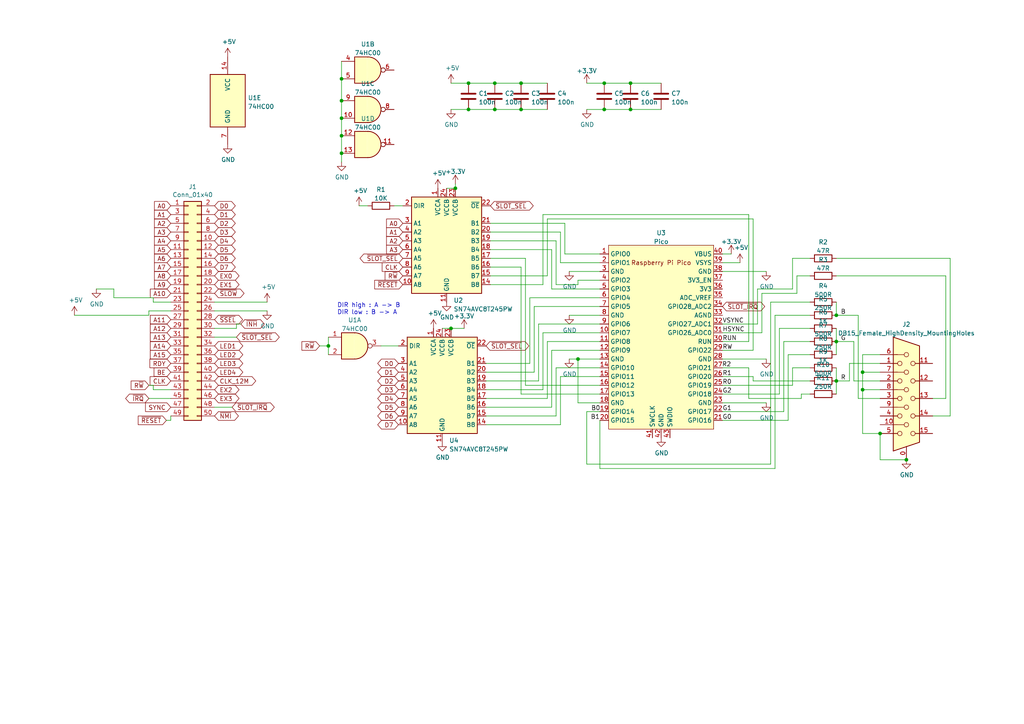
<source format=kicad_sch>
(kicad_sch (version 20230121) (generator eeschema)
  (paper "A4")
  (title_block (title "Pico VGA board") (date "2023-07-30") (rev "1.0") (company "Six Pixels"))
  (lib_symbols
    (symbol "74xx:74HC00" (pin_names (offset 1.016))
      (property "Reference" "U" (at 0 1.27 0))
      (property "Value" "74HC00" (at 0 -1.27 0))
      (symbol "74HC00_1_1"
        (pin input line (at -7.62 2.54 0) (length 3.81) (name "~") (number "1"))
        (pin input line (at -7.62 -2.54 0) (length 3.81) (name "~") (number "2"))
        (pin output inverted (at 7.62 0 180) (length 3.81) (name "~") (number "3"))
      )
      (symbol "74HC00_1_2"
        (pin input inverted (at -7.62 2.54 0) (length 4.318) (name "~") (number "1"))
        (pin input inverted (at -7.62 -2.54 0) (length 4.318) (name "~") (number "2"))
        (pin output line (at 7.62 0 180) (length 3.81) (name "~") (number "3"))
      )
      (symbol "74HC00_2_1"
        (pin input line (at -7.62 2.54 0) (length 3.81) (name "~") (number "4"))
        (pin input line (at -7.62 -2.54 0) (length 3.81) (name "~") (number "5"))
        (pin output inverted (at 7.62 0 180) (length 3.81) (name "~") (number "6"))
      )
      (symbol "74HC00_2_2"
        (pin input inverted (at -7.62 2.54 0) (length 4.318) (name "~") (number "4"))
        (pin input inverted (at -7.62 -2.54 0) (length 4.318) (name "~") (number "5"))
        (pin output line (at 7.62 0 180) (length 3.81) (name "~") (number "6"))
      )
      (symbol "74HC00_3_1"
        (pin input line (at -7.62 -2.54 0) (length 3.81) (name "~") (number "10"))
        (pin output inverted (at 7.62 0 180) (length 3.81) (name "~") (number "8"))
        (pin input line (at -7.62 2.54 0) (length 3.81) (name "~") (number "9"))
      )
      (symbol "74HC00_3_2"
        (pin input inverted (at -7.62 -2.54 0) (length 4.318) (name "~") (number "10"))
        (pin output line (at 7.62 0 180) (length 3.81) (name "~") (number "8"))
        (pin input inverted (at -7.62 2.54 0) (length 4.318) (name "~") (number "9"))
      )
      (symbol "74HC00_4_1"
        (pin output inverted (at 7.62 0 180) (length 3.81) (name "~") (number "11"))
        (pin input line (at -7.62 2.54 0) (length 3.81) (name "~") (number "12"))
        (pin input line (at -7.62 -2.54 0) (length 3.81) (name "~") (number "13"))
      )
      (symbol "74HC00_4_2"
        (pin output line (at 7.62 0 180) (length 3.81) (name "~") (number "11"))
        (pin input inverted (at -7.62 2.54 0) (length 4.318) (name "~") (number "12"))
        (pin input inverted (at -7.62 -2.54 0) (length 4.318) (name "~") (number "13"))
      )
      (symbol "74HC00_5_0"
        (pin power_in line (at 0 12.7 270) (length 5.08) (name "VCC") (number "14"))
        (pin power_in line (at 0 -12.7 90) (length 5.08) (name "GND") (number "7"))
      )
    )
    (symbol "Connector:DB15_Female_HighDensity_MountingHoles" (pin_names (offset 1.016) hide)
      (property "Reference" "J" (at 0 21.59 0))
      (property "Value" "DB15_Female_HighDensity_MountingHoles" (at 0 19.05 0))
      (symbol "DB15_Female_HighDensity_MountingHoles_1_1"
        (pin passive line (at 0 -17.78 90) (length 3.81) (name "~") (number "0"))
        (pin passive line (at -7.62 10.16 0) (length 5.08) (name "~") (number "1"))
        (pin passive line (at -7.62 -7.62 0) (length 5.08) (name "~") (number "10"))
        (pin passive line (at 7.62 10.16 180) (length 5.08) (name "~") (number "11"))
        (pin passive line (at 7.62 5.08 180) (length 5.08) (name "~") (number "12"))
        (pin passive line (at 7.62 0 180) (length 5.08) (name "~") (number "13"))
        (pin passive line (at 7.62 -5.08 180) (length 5.08) (name "~") (number "14"))
        (pin passive line (at 7.62 -10.16 180) (length 5.08) (name "~") (number "15"))
        (pin passive line (at -7.62 5.08 0) (length 5.08) (name "~") (number "2"))
        (pin passive line (at -7.62 0 0) (length 5.08) (name "~") (number "3"))
        (pin passive line (at -7.62 -5.08 0) (length 5.08) (name "~") (number "4"))
        (pin passive line (at -7.62 -10.16 0) (length 5.08) (name "~") (number "5"))
        (pin passive line (at -7.62 12.7 0) (length 5.08) (name "~") (number "6"))
        (pin passive line (at -7.62 7.62 0) (length 5.08) (name "~") (number "7"))
        (pin passive line (at -7.62 2.54 0) (length 5.08) (name "~") (number "8"))
        (pin passive line (at -7.62 -2.54 0) (length 5.08) (name "~") (number "9"))
      )
    )
    (symbol "Connector_Generic:Conn_02x25_Odd_Even" (pin_names (offset 1.016) hide)
      (property "Reference" "J" (at 1.27 33.02 0))
      (property "Value" "Conn_02x25_Odd_Even" (at 1.27 -33.02 0))
      (symbol "Conn_02x25_Odd_Even_1_1"
        (pin passive line (at -5.08 30.48 0) (length 3.81) (name "Pin_1") (number "1"))
        (pin passive line (at 7.62 20.32 180) (length 3.81) (name "Pin_10") (number "10"))
        (pin passive line (at -5.08 17.78 0) (length 3.81) (name "Pin_11") (number "11"))
        (pin passive line (at 7.62 17.78 180) (length 3.81) (name "Pin_12") (number "12"))
        (pin passive line (at -5.08 15.24 0) (length 3.81) (name "Pin_13") (number "13"))
        (pin passive line (at 7.62 15.24 180) (length 3.81) (name "Pin_14") (number "14"))
        (pin passive line (at -5.08 12.7 0) (length 3.81) (name "Pin_15") (number "15"))
        (pin passive line (at 7.62 12.7 180) (length 3.81) (name "Pin_16") (number "16"))
        (pin passive line (at -5.08 10.16 0) (length 3.81) (name "Pin_17") (number "17"))
        (pin passive line (at 7.62 10.16 180) (length 3.81) (name "Pin_18") (number "18"))
        (pin passive line (at -5.08 7.62 0) (length 3.81) (name "Pin_19") (number "19"))
        (pin passive line (at 7.62 30.48 180) (length 3.81) (name "Pin_2") (number "2"))
        (pin passive line (at 7.62 7.62 180) (length 3.81) (name "Pin_20") (number "20"))
        (pin passive line (at -5.08 5.08 0) (length 3.81) (name "Pin_21") (number "21"))
        (pin passive line (at 7.62 5.08 180) (length 3.81) (name "Pin_22") (number "22"))
        (pin passive line (at -5.08 2.54 0) (length 3.81) (name "Pin_23") (number "23"))
        (pin passive line (at 7.62 2.54 180) (length 3.81) (name "Pin_24") (number "24"))
        (pin passive line (at -5.08 0 0) (length 3.81) (name "Pin_25") (number "25"))
        (pin passive line (at 7.62 0 180) (length 3.81) (name "Pin_26") (number "26"))
        (pin passive line (at -5.08 -2.54 0) (length 3.81) (name "Pin_27") (number "27"))
        (pin passive line (at 7.62 -2.54 180) (length 3.81) (name "Pin_28") (number "28"))
        (pin passive line (at -5.08 -5.08 0) (length 3.81) (name "Pin_29") (number "29"))
        (pin passive line (at -5.08 27.94 0) (length 3.81) (name "Pin_3") (number "3"))
        (pin passive line (at 7.62 -5.08 180) (length 3.81) (name "Pin_30") (number "30"))
        (pin passive line (at -5.08 -7.62 0) (length 3.81) (name "Pin_31") (number "31"))
        (pin passive line (at 7.62 -7.62 180) (length 3.81) (name "Pin_32") (number "32"))
        (pin passive line (at -5.08 -10.16 0) (length 3.81) (name "Pin_33") (number "33"))
        (pin passive line (at 7.62 -10.16 180) (length 3.81) (name "Pin_34") (number "34"))
        (pin passive line (at -5.08 -12.7 0) (length 3.81) (name "Pin_35") (number "35"))
        (pin passive line (at 7.62 -12.7 180) (length 3.81) (name "Pin_36") (number "36"))
        (pin passive line (at -5.08 -15.24 0) (length 3.81) (name "Pin_37") (number "37"))
        (pin passive line (at 7.62 -15.24 180) (length 3.81) (name "Pin_38") (number "38"))
        (pin passive line (at -5.08 -17.78 0) (length 3.81) (name "Pin_39") (number "39"))
        (pin passive line (at 7.62 27.94 180) (length 3.81) (name "Pin_4") (number "4"))
        (pin passive line (at 7.62 -17.78 180) (length 3.81) (name "Pin_40") (number "40"))
        (pin passive line (at -5.08 -20.32 0) (length 3.81) (name "Pin_41") (number "41"))
        (pin passive line (at 7.62 -20.32 180) (length 3.81) (name "Pin_42") (number "42"))
        (pin passive line (at -5.08 -22.86 0) (length 3.81) (name "Pin_43") (number "43"))
        (pin passive line (at 7.62 -22.86 180) (length 3.81) (name "Pin_44") (number "44"))
        (pin passive line (at -5.08 -25.4 0) (length 3.81) (name "Pin_45") (number "45"))
        (pin passive line (at 7.62 -25.4 180) (length 3.81) (name "Pin_46") (number "46"))
        (pin passive line (at -5.08 -27.94 0) (length 3.81) (name "Pin_47") (number "47"))
        (pin passive line (at 7.62 -27.94 180) (length 3.81) (name "Pin_48") (number "48"))
        (pin passive line (at -5.08 -30.48 0) (length 3.81) (name "Pin_49") (number "49"))
        (pin passive line (at -5.08 25.4 0) (length 3.81) (name "Pin_5") (number "5"))
        (pin passive line (at 7.62 -30.48 180) (length 3.81) (name "Pin_50") (number "50"))
        (pin passive line (at 7.62 25.4 180) (length 3.81) (name "Pin_6") (number "6"))
        (pin passive line (at -5.08 22.86 0) (length 3.81) (name "Pin_7") (number "7"))
        (pin passive line (at 7.62 22.86 180) (length 3.81) (name "Pin_8") (number "8"))
        (pin passive line (at -5.08 20.32 0) (length 3.81) (name "Pin_9") (number "9"))
      )
    )
    (symbol "Device:C" (pin_numbers hide) (pin_names (offset 0.254))
      (property "Reference" "C" (at 0.635 2.54 0))
      (property "Value" "C" (at 0.635 -2.54 0))
      (symbol "C_1_1"
        (pin passive line (at 0 3.81 270) (length 2.794) (name "~") (number "1"))
        (pin passive line (at 0 -3.81 90) (length 2.794) (name "~") (number "2"))
      )
    )
    (symbol "Device:R" (pin_numbers hide) (pin_names (offset 0))
      (property "Reference" "R" (at 2.032 0 90))
      (property "Value" "R" (at 0 0 90))
      (symbol "R_1_1"
        (pin passive line (at 0 3.81 270) (length 1.27) (name "~") (number "1"))
        (pin passive line (at 0 -3.81 90) (length 1.27) (name "~") (number "2"))
      )
    )
    (symbol "Logic_LevelTranslator:SN74AVC8T245PW"
      (property "Reference" "U" (at -8.89 13.97 0))
      (property "Value" "SN74AVC8T245PW" (at 12.7 13.97 0))
      (symbol "SN74AVC8T245PW_1_1"
        (pin power_in line (at -2.54 15.24 270) (length 2.54) (name "VCCA") (number "1"))
        (pin bidirectional line (at -12.7 -12.7 0) (length 2.54) (name "A8") (number "10"))
        (pin power_in line (at 0 -17.78 90) (length 2.54) (name "GND") (number "11"))
        (pin passive line (at 0 -17.78 90) (length 2.54) hide (name "GND") (number "12"))
        (pin passive line (at 0 -17.78 90) (length 2.54) hide (name "GND") (number "13"))
        (pin bidirectional line (at 12.7 -12.7 180) (length 2.54) (name "B8") (number "14"))
        (pin bidirectional line (at 12.7 -10.16 180) (length 2.54) (name "B7") (number "15"))
        (pin bidirectional line (at 12.7 -7.62 180) (length 2.54) (name "B6") (number "16"))
        (pin bidirectional line (at 12.7 -5.08 180) (length 2.54) (name "B5") (number "17"))
        (pin bidirectional line (at 12.7 -2.54 180) (length 2.54) (name "B4") (number "18"))
        (pin bidirectional line (at 12.7 0 180) (length 2.54) (name "B3") (number "19"))
        (pin input line (at -12.7 10.16 0) (length 2.54) (name "DIR") (number "2"))
        (pin bidirectional line (at 12.7 2.54 180) (length 2.54) (name "B2") (number "20"))
        (pin bidirectional line (at 12.7 5.08 180) (length 2.54) (name "B1") (number "21"))
        (pin input line (at 12.7 10.16 180) (length 2.54) (name "~{OE}") (number "22"))
        (pin power_in line (at 2.54 15.24 270) (length 2.54) (name "VCCB") (number "23"))
        (pin power_in line (at 0 15.24 270) (length 2.54) (name "VCCB") (number "24"))
        (pin bidirectional line (at -12.7 5.08 0) (length 2.54) (name "A1") (number "3"))
        (pin bidirectional line (at -12.7 2.54 0) (length 2.54) (name "A2") (number "4"))
        (pin bidirectional line (at -12.7 0 0) (length 2.54) (name "A3") (number "5"))
        (pin bidirectional line (at -12.7 -2.54 0) (length 2.54) (name "A4") (number "6"))
        (pin bidirectional line (at -12.7 -5.08 0) (length 2.54) (name "A5") (number "7"))
        (pin bidirectional line (at -12.7 -7.62 0) (length 2.54) (name "A6") (number "8"))
        (pin bidirectional line (at -12.7 -10.16 0) (length 2.54) (name "A7") (number "9"))
      )
    )
    (symbol "MCU_RaspberryPi_and_Boards:Pico"
      (property "Reference" "U" (at -13.97 27.94 0))
      (property "Value" "Pico" (at 0 19.05 0))
      (symbol "Pico_0_0"
        (text "Raspberry Pi Pico" (at 0 21.59 0) (effects (font (size 1.27 1.27))))
      )
      (symbol "Pico_1_1"
        (pin bidirectional line (at -17.78 24.13 0) (length 2.54) (name "GPIO0") (number "1"))
        (pin bidirectional line (at -17.78 1.27 0) (length 2.54) (name "GPIO7") (number "10"))
        (pin bidirectional line (at -17.78 -1.27 0) (length 2.54) (name "GPIO8") (number "11"))
        (pin bidirectional line (at -17.78 -3.81 0) (length 2.54) (name "GPIO9") (number "12"))
        (pin power_in line (at -17.78 -6.35 0) (length 2.54) (name "GND") (number "13"))
        (pin bidirectional line (at -17.78 -8.89 0) (length 2.54) (name "GPIO10") (number "14"))
        (pin bidirectional line (at -17.78 -11.43 0) (length 2.54) (name "GPIO11") (number "15"))
        (pin bidirectional line (at -17.78 -13.97 0) (length 2.54) (name "GPIO12") (number "16"))
        (pin bidirectional line (at -17.78 -16.51 0) (length 2.54) (name "GPIO13") (number "17"))
        (pin power_in line (at -17.78 -19.05 0) (length 2.54) (name "GND") (number "18"))
        (pin bidirectional line (at -17.78 -21.59 0) (length 2.54) (name "GPIO14") (number "19"))
        (pin bidirectional line (at -17.78 21.59 0) (length 2.54) (name "GPIO1") (number "2"))
        (pin bidirectional line (at -17.78 -24.13 0) (length 2.54) (name "GPIO15") (number "20"))
        (pin bidirectional line (at 17.78 -24.13 180) (length 2.54) (name "GPIO16") (number "21"))
        (pin bidirectional line (at 17.78 -21.59 180) (length 2.54) (name "GPIO17") (number "22"))
        (pin power_in line (at 17.78 -19.05 180) (length 2.54) (name "GND") (number "23"))
        (pin bidirectional line (at 17.78 -16.51 180) (length 2.54) (name "GPIO18") (number "24"))
        (pin bidirectional line (at 17.78 -13.97 180) (length 2.54) (name "GPIO19") (number "25"))
        (pin bidirectional line (at 17.78 -11.43 180) (length 2.54) (name "GPIO20") (number "26"))
        (pin bidirectional line (at 17.78 -8.89 180) (length 2.54) (name "GPIO21") (number "27"))
        (pin power_in line (at 17.78 -6.35 180) (length 2.54) (name "GND") (number "28"))
        (pin bidirectional line (at 17.78 -3.81 180) (length 2.54) (name "GPIO22") (number "29"))
        (pin power_in line (at -17.78 19.05 0) (length 2.54) (name "GND") (number "3"))
        (pin input line (at 17.78 -1.27 180) (length 2.54) (name "RUN") (number "30"))
        (pin bidirectional line (at 17.78 1.27 180) (length 2.54) (name "GPIO26_ADC0") (number "31"))
        (pin bidirectional line (at 17.78 3.81 180) (length 2.54) (name "GPIO27_ADC1") (number "32"))
        (pin power_in line (at 17.78 6.35 180) (length 2.54) (name "AGND") (number "33"))
        (pin bidirectional line (at 17.78 8.89 180) (length 2.54) (name "GPIO28_ADC2") (number "34"))
        (pin power_in line (at 17.78 11.43 180) (length 2.54) (name "ADC_VREF") (number "35"))
        (pin power_in line (at 17.78 13.97 180) (length 2.54) (name "3V3") (number "36"))
        (pin input line (at 17.78 16.51 180) (length 2.54) (name "3V3_EN") (number "37"))
        (pin bidirectional line (at 17.78 19.05 180) (length 2.54) (name "GND") (number "38"))
        (pin power_in line (at 17.78 21.59 180) (length 2.54) (name "VSYS") (number "39"))
        (pin bidirectional line (at -17.78 16.51 0) (length 2.54) (name "GPIO2") (number "4"))
        (pin power_in line (at 17.78 24.13 180) (length 2.54) (name "VBUS") (number "40"))
        (pin input line (at -2.54 -29.21 90) (length 2.54) (name "SWCLK") (number "41"))
        (pin power_in line (at 0 -29.21 90) (length 2.54) (name "GND") (number "42"))
        (pin bidirectional line (at 2.54 -29.21 90) (length 2.54) (name "SWDIO") (number "43"))
        (pin bidirectional line (at -17.78 13.97 0) (length 2.54) (name "GPIO3") (number "5"))
        (pin bidirectional line (at -17.78 11.43 0) (length 2.54) (name "GPIO4") (number "6"))
        (pin bidirectional line (at -17.78 8.89 0) (length 2.54) (name "GPIO5") (number "7"))
        (pin power_in line (at -17.78 6.35 0) (length 2.54) (name "GND") (number "8"))
        (pin bidirectional line (at -17.78 3.81 0) (length 2.54) (name "GPIO6") (number "9"))
      )
    )
    (symbol "power:+3.3V" (power) (pin_names (offset 0))
      (property "Value" "+3.3V" (at 0 3.556 0))
      (symbol "+3.3V_1_1"
        (pin power_in line (at 0 0 90) (length 0) hide (name "+3.3V") (number "1"))
      )
    )
    (symbol "power:+5V" (power) (pin_names (offset 0))
      (property "Value" "+5V" (at 0 3.556 0))
      (symbol "+5V_1_1"
        (pin power_in line (at 0 0 90) (length 0) hide (name "+5V") (number "1"))
      )
    )
    (symbol "power:GND" (power) (pin_names (offset 0))
      (property "Value" "GND" (at 0 -3.81 0))
      (symbol "GND_1_1"
        (pin power_in line (at 0 0 270) (length 0) hide (name "GND") (number "1"))
      )
    )
  )
  (junction (at 143.51 31.75))
  (junction (at 99.06 34.29))
  (junction (at 182.88 31.75))
  (junction (at 99.06 39.37))
  (junction (at 250.19 113.03))
  (junction (at 151.13 31.75))
  (junction (at 135.89 24.13))
  (junction (at 182.88 24.13))
  (junction (at 175.26 31.75))
  (junction (at 99.06 44.45))
  (junction (at 242.57 91.44))
  (junction (at 99.06 29.21))
  (junction (at 262.89 133.35))
  (junction (at 151.13 24.13))
  (junction (at 135.89 31.75))
  (junction (at 167.64 104.14))
  (junction (at 99.06 22.86))
  (junction (at 242.57 110.49))
  (junction (at 242.57 99.06))
  (junction (at 130.81 95.25))
  (junction (at 132.08 54.61))
  (junction (at 175.26 24.13))
  (junction (at 143.51 24.13))
  (junction (at 255.27 125.73))
  (junction (at 250.19 107.95))
  (junction (at 95.25 100.33))
  (wire (pts (xy 165.1 78.74) (xy 173.99 78.74)))
  (wire (pts (xy 209.55 93.98) (xy 219.71 93.98)))
  (wire (pts (xy 250.19 125.73) (xy 255.27 125.73)))
  (wire (pts (xy 227.33 119.38) (xy 209.55 119.38)))
  (wire (pts (xy 223.52 134.62) (xy 170.18 134.62)))
  (wire (pts (xy 209.55 76.2) (xy 214.63 76.2)))
  (wire (pts (xy 229.87 83.82) (xy 229.87 74.93)))
  (wire (pts (xy 255.27 125.73) (xy 255.27 133.35)))
  (wire (pts (xy 140.97 115.57) (xy 158.75 115.57)))
  (wire (pts (xy 68.58 93.98) (xy 68.58 95.25)))
  (wire (pts (xy 128.27 95.25) (xy 130.81 95.25)))
  (wire (pts (xy 163.83 64.77) (xy 163.83 73.66)))
  (wire (pts (xy 99.06 34.29) (xy 99.06 39.37)))
  (wire (pts (xy 142.24 74.93) (xy 152.4 74.93)))
  (wire (pts (xy 143.51 24.13) (xy 151.13 24.13)))
  (wire (pts (xy 95.25 100.33) (xy 95.25 102.87)))
  (wire (pts (xy 142.24 64.77) (xy 163.83 64.77)))
  (wire (pts (xy 62.23 90.17) (xy 77.47 90.17)))
  (wire (pts (xy 223.52 87.63) (xy 234.95 87.63)))
  (wire (pts (xy 242.57 80.01) (xy 274.32 80.01)))
  (wire (pts (xy 217.17 62.23) (xy 217.17 99.06)))
  (wire (pts (xy 48.26 121.92) (xy 49.53 121.92)))
  (wire (pts (xy 49.53 121.92) (xy 49.53 120.65)))
  (wire (pts (xy 234.95 102.87) (xy 228.6 102.87)))
  (wire (pts (xy 110.49 100.33) (xy 115.57 100.33)))
  (wire (pts (xy 162.56 123.19) (xy 162.56 109.22)))
  (wire (pts (xy 165.1 91.44) (xy 173.99 91.44)))
  (wire (pts (xy 220.98 85.09) (xy 220.98 96.52)))
  (wire (pts (xy 270.51 115.57) (xy 274.32 115.57)))
  (wire (pts (xy 209.55 116.84) (xy 222.25 116.84)))
  (wire (pts (xy 229.87 74.93) (xy 234.95 74.93)))
  (wire (pts (xy 173.99 121.92) (xy 173.99 135.89)))
  (wire (pts (xy 231.14 80.01) (xy 234.95 80.01)))
  (wire (pts (xy 154.94 88.9) (xy 173.99 88.9)))
  (wire (pts (xy 248.92 91.44) (xy 242.57 91.44)))
  (wire (pts (xy 232.41 114.3) (xy 234.95 114.3)))
  (wire (pts (xy 158.75 80.01) (xy 158.75 63.5)))
  (wire (pts (xy 114.3 59.69) (xy 116.84 59.69)))
  (wire (pts (xy 160.02 101.6) (xy 173.99 101.6)))
  (wire (pts (xy 140.97 118.11) (xy 160.02 118.11)))
  (wire (pts (xy 170.18 119.38) (xy 173.99 119.38)))
  (wire (pts (xy 170.18 134.62) (xy 170.18 119.38)))
  (wire (pts (xy 173.99 111.76) (xy 152.4 111.76)))
  (wire (pts (xy 165.1 104.14) (xy 167.64 104.14)))
  (wire (pts (xy 151.13 24.13) (xy 158.75 24.13)))
  (wire (pts (xy 163.83 73.66) (xy 173.99 73.66)))
  (wire (pts (xy 217.17 106.68) (xy 217.17 115.57)))
  (wire (pts (xy 62.23 87.63) (xy 77.47 87.63)))
  (wire (pts (xy 142.24 77.47) (xy 151.13 77.47)))
  (wire (pts (xy 182.88 31.75) (xy 191.77 31.75)))
  (wire (pts (xy 67.31 118.11) (xy 62.23 118.11)))
  (wire (pts (xy 68.58 95.25) (xy 62.23 95.25)))
  (wire (pts (xy 157.48 82.55) (xy 157.48 62.23)))
  (wire (pts (xy 218.44 109.22) (xy 209.55 109.22)))
  (wire (pts (xy 158.75 63.5) (xy 218.44 63.5)))
  (wire (pts (xy 217.17 115.57) (xy 232.41 115.57)))
  (wire (pts (xy 231.14 85.09) (xy 231.14 80.01)))
  (wire (pts (xy 21.59 91.44) (xy 43.18 91.44)))
  (wire (pts (xy 234.95 99.06) (xy 227.33 99.06)))
  (wire (pts (xy 224.79 91.44) (xy 234.95 91.44)))
  (wire (pts (xy 250.19 113.03) (xy 255.27 113.03)))
  (wire (pts (xy 275.59 74.93) (xy 275.59 120.65)))
  (wire (pts (xy 228.6 102.87) (xy 228.6 121.92)))
  (wire (pts (xy 227.33 99.06) (xy 227.33 119.38)))
  (wire (pts (xy 246.38 110.49) (xy 242.57 110.49)))
  (wire (pts (xy 209.55 106.68) (xy 217.17 106.68)))
  (wire (pts (xy 154.94 107.95) (xy 154.94 88.9)))
  (wire (pts (xy 218.44 101.6) (xy 209.55 101.6)))
  (wire (pts (xy 156.21 110.49) (xy 156.21 93.98)))
  (wire (pts (xy 135.89 24.13) (xy 143.51 24.13)))
  (wire (pts (xy 157.48 62.23) (xy 217.17 62.23)))
  (wire (pts (xy 44.45 87.63) (xy 49.53 87.63)))
  (wire (pts (xy 170.18 24.13) (xy 175.26 24.13)))
  (wire (pts (xy 44.45 113.03) (xy 49.53 113.03)))
  (wire (pts (xy 157.48 113.03) (xy 157.48 96.52)))
  (wire (pts (xy 255.27 115.57) (xy 248.92 115.57)))
  (wire (pts (xy 209.55 111.76) (xy 229.87 111.76)))
  (wire (pts (xy 224.79 91.44) (xy 224.79 135.89)))
  (wire (pts (xy 247.65 110.49) (xy 247.65 99.06)))
  (wire (pts (xy 132.08 53.34) (xy 132.08 54.61)))
  (wire (pts (xy 209.55 104.14) (xy 222.25 104.14)))
  (wire (pts (xy 242.57 87.63) (xy 242.57 91.44)))
  (wire (pts (xy 167.64 116.84) (xy 173.99 116.84)))
  (wire (pts (xy 250.19 113.03) (xy 250.19 125.73)))
  (wire (pts (xy 142.24 82.55) (xy 157.48 82.55)))
  (wire (pts (xy 217.17 99.06) (xy 209.55 99.06)))
  (wire (pts (xy 99.06 17.78) (xy 99.06 22.86)))
  (wire (pts (xy 68.58 97.79) (xy 62.23 97.79)))
  (wire (pts (xy 33.02 83.82) (xy 27.94 83.82)))
  (wire (pts (xy 99.06 39.37) (xy 99.06 44.45)))
  (wire (pts (xy 234.95 95.25) (xy 226.06 95.25)))
  (wire (pts (xy 130.81 95.25) (xy 134.62 95.25)))
  (wire (pts (xy 229.87 111.76) (xy 229.87 106.68)))
  (wire (pts (xy 92.71 100.33) (xy 95.25 100.33)))
  (wire (pts (xy 228.6 121.92) (xy 209.55 121.92)))
  (wire (pts (xy 143.51 31.75) (xy 151.13 31.75)))
  (wire (pts (xy 255.27 105.41) (xy 246.38 105.41)))
  (wire (pts (xy 158.75 115.57) (xy 158.75 99.06)))
  (wire (pts (xy 242.57 99.06) (xy 242.57 102.87)))
  (wire (pts (xy 140.97 113.03) (xy 157.48 113.03)))
  (wire (pts (xy 220.98 96.52) (xy 209.55 96.52)))
  (wire (pts (xy 175.26 24.13) (xy 182.88 24.13)))
  (wire (pts (xy 255.27 110.49) (xy 247.65 110.49)))
  (wire (pts (xy 173.99 76.2) (xy 162.56 76.2)))
  (wire (pts (xy 132.08 54.61) (xy 129.54 54.61)))
  (wire (pts (xy 140.97 120.65) (xy 161.29 120.65)))
  (wire (pts (xy 33.02 86.36) (xy 44.45 86.36)))
  (wire (pts (xy 247.65 99.06) (xy 242.57 99.06)))
  (wire (pts (xy 135.89 31.75) (xy 143.51 31.75)))
  (wire (pts (xy 43.18 111.76) (xy 44.45 111.76)))
  (wire (pts (xy 242.57 106.68) (xy 242.57 110.49)))
  (wire (pts (xy 255.27 133.35) (xy 262.89 133.35)))
  (wire (pts (xy 43.18 115.57) (xy 49.53 115.57)))
  (wire (pts (xy 99.06 44.45) (xy 99.06 46.99)))
  (wire (pts (xy 167.64 82.55) (xy 161.29 82.55)))
  (wire (pts (xy 140.97 110.49) (xy 156.21 110.49)))
  (wire (pts (xy 160.02 72.39) (xy 142.24 72.39)))
  (wire (pts (xy 275.59 120.65) (xy 270.51 120.65)))
  (wire (pts (xy 223.52 87.63) (xy 223.52 134.62)))
  (wire (pts (xy 142.24 80.01) (xy 158.75 80.01)))
  (wire (pts (xy 255.27 102.87) (xy 250.19 102.87)))
  (wire (pts (xy 229.87 106.68) (xy 234.95 106.68)))
  (wire (pts (xy 104.14 59.69) (xy 106.68 59.69)))
  (wire (pts (xy 242.57 74.93) (xy 275.59 74.93)))
  (wire (pts (xy 33.02 86.36) (xy 33.02 83.82)))
  (wire (pts (xy 175.26 31.75) (xy 182.88 31.75)))
  (wire (pts (xy 224.79 135.89) (xy 173.99 135.89)))
  (wire (pts (xy 151.13 31.75) (xy 158.75 31.75)))
  (wire (pts (xy 99.06 29.21) (xy 99.06 34.29)))
  (wire (pts (xy 242.57 110.49) (xy 242.57 114.3)))
  (wire (pts (xy 99.06 22.86) (xy 99.06 29.21)))
  (wire (pts (xy 234.95 110.49) (xy 218.44 110.49)))
  (wire (pts (xy 226.06 114.3) (xy 209.55 114.3)))
  (wire (pts (xy 167.64 81.28) (xy 167.64 82.55)))
  (wire (pts (xy 161.29 120.65) (xy 161.29 106.68)))
  (wire (pts (xy 69.85 93.98) (xy 68.58 93.98)))
  (wire (pts (xy 157.48 96.52) (xy 173.99 96.52)))
  (wire (pts (xy 130.81 31.75) (xy 135.89 31.75)))
  (wire (pts (xy 161.29 106.68) (xy 173.99 106.68)))
  (wire (pts (xy 95.25 97.79) (xy 95.25 100.33)))
  (wire (pts (xy 160.02 83.82) (xy 160.02 72.39)))
  (wire (pts (xy 167.64 104.14) (xy 173.99 104.14)))
  (wire (pts (xy 209.55 73.66) (xy 212.09 73.66)))
  (wire (pts (xy 140.97 105.41) (xy 153.67 105.41)))
  (wire (pts (xy 153.67 105.41) (xy 153.67 86.36)))
  (wire (pts (xy 151.13 77.47) (xy 151.13 114.3)))
  (wire (pts (xy 153.67 86.36) (xy 173.99 86.36)))
  (wire (pts (xy 209.55 78.74) (xy 222.25 78.74)))
  (wire (pts (xy 156.21 93.98) (xy 173.99 93.98)))
  (wire (pts (xy 250.19 107.95) (xy 250.19 113.03)))
  (wire (pts (xy 162.56 109.22) (xy 173.99 109.22)))
  (wire (pts (xy 226.06 95.25) (xy 226.06 114.3)))
  (wire (pts (xy 182.88 24.13) (xy 191.77 24.13)))
  (wire (pts (xy 49.53 90.17) (xy 43.18 90.17)))
  (wire (pts (xy 162.56 76.2) (xy 162.56 67.31)))
  (wire (pts (xy 161.29 69.85) (xy 142.24 69.85)))
  (wire (pts (xy 218.44 63.5) (xy 218.44 101.6)))
  (wire (pts (xy 173.99 83.82) (xy 160.02 83.82)))
  (wire (pts (xy 250.19 102.87) (xy 250.19 107.95)))
  (wire (pts (xy 170.18 31.75) (xy 175.26 31.75)))
  (wire (pts (xy 246.38 105.41) (xy 246.38 110.49)))
  (wire (pts (xy 161.29 82.55) (xy 161.29 69.85)))
  (wire (pts (xy 162.56 67.31) (xy 142.24 67.31)))
  (wire (pts (xy 173.99 81.28) (xy 167.64 81.28)))
  (wire (pts (xy 218.44 110.49) (xy 218.44 109.22)))
  (wire (pts (xy 220.98 85.09) (xy 231.14 85.09)))
  (wire (pts (xy 160.02 118.11) (xy 160.02 101.6)))
  (wire (pts (xy 242.57 95.25) (xy 242.57 99.06)))
  (wire (pts (xy 248.92 115.57) (xy 248.92 91.44)))
  (wire (pts (xy 219.71 83.82) (xy 229.87 83.82)))
  (wire (pts (xy 250.19 107.95) (xy 255.27 107.95)))
  (wire (pts (xy 232.41 115.57) (xy 232.41 114.3)))
  (wire (pts (xy 152.4 111.76) (xy 152.4 74.93)))
  (wire (pts (xy 140.97 123.19) (xy 162.56 123.19)))
  (wire (pts (xy 43.18 91.44) (xy 43.18 90.17)))
  (wire (pts (xy 219.71 83.82) (xy 219.71 93.98)))
  (wire (pts (xy 140.97 107.95) (xy 154.94 107.95)))
  (wire (pts (xy 130.81 24.13) (xy 135.89 24.13)))
  (wire (pts (xy 44.45 111.76) (xy 44.45 113.03)))
  (wire (pts (xy 167.64 104.14) (xy 167.64 116.84)))
  (wire (pts (xy 158.75 99.06) (xy 173.99 99.06)))
  (wire (pts (xy 274.32 80.01) (xy 274.32 115.57)))
  (wire (pts (xy 44.45 87.63) (xy 44.45 86.36)))
  (wire (pts (xy 151.13 114.3) (xy 173.99 114.3)))
  (text "DIR high : A -> B\nDIR low : B -> A" (at 97.79 91.44 0) (effects (font (size 1.27 1.27)) (justify left bottom)))
  (label "R" (at 243.84 110.49 0))
  (label "VSYNC" (at 209.55 93.98 0))
  (label "HSYNC" (at 209.55 96.52 0))
  (label "G2" (at 209.55 114.3 0))
  (label "B1" (at 173.99 121.92 180))
  (label "G0" (at 209.55 121.92 0))
  (label "G" (at 243.84 99.06 0))
  (label "R1" (at 209.55 109.22 0))
  (label "R0" (at 209.55 111.76 0))
  (label "B" (at 243.84 91.44 0))
  (label "RW" (at 209.55 101.6 0))
  (label "G1" (at 209.55 119.38 0))
  (label "R2" (at 212.09 106.68 180))
  (label "RUN" (at 209.55 99.06 0))
  (label "B0" (at 171.45 119.38 0))
  (global_label "D0" (shape bidirectional) (at 62.23 59.69 0) (property "Intersheetrefs" "${INTERSHEET_REFS}" (effects hide)))
  (global_label "~{IRQ}" (shape bidirectional) (at 43.18 115.57 180) (property "Intersheetrefs" "${INTERSHEET_REFS}" (effects hide)))
  (global_label "CLK_12M" (shape bidirectional) (at 62.23 110.49 0) (property "Intersheetrefs" "${INTERSHEET_REFS}" (effects hide)))
  (global_label "~{INH}" (shape bidirectional) (at 69.85 93.98 0) (property "Intersheetrefs" "${INTERSHEET_REFS}" (effects hide)))
  (global_label "A1" (shape input) (at 116.84 67.31 180) (property "Intersheetrefs" "${INTERSHEET_REFS}" (effects hide)))
  (global_label "D0" (shape bidirectional) (at 115.57 105.41 180) (property "Intersheetrefs" "${INTERSHEET_REFS}" (effects hide)))
  (global_label "A2" (shape input) (at 49.53 64.77 180) (property "Intersheetrefs" "${INTERSHEET_REFS}" (effects hide)))
  (global_label "EX1" (shape bidirectional) (at 62.23 82.55 0) (property "Intersheetrefs" "${INTERSHEET_REFS}" (effects hide)))
  (global_label "A15" (shape input) (at 49.53 102.87 180) (property "Intersheetrefs" "${INTERSHEET_REFS}" (effects hide)))
  (global_label "~{SLOT_SEL}" (shape bidirectional) (at 116.84 74.93 180) (property "Intersheetrefs" "${INTERSHEET_REFS}" (effects hide)))
  (global_label "~{SSEL}" (shape bidirectional) (at 62.23 92.71 0) (property "Intersheetrefs" "${INTERSHEET_REFS}" (effects hide)))
  (global_label "A1" (shape input) (at 49.53 62.23 180) (property "Intersheetrefs" "${INTERSHEET_REFS}" (effects hide)))
  (global_label "A2" (shape input) (at 116.84 69.85 180) (property "Intersheetrefs" "${INTERSHEET_REFS}" (effects hide)))
  (global_label "LED3" (shape bidirectional) (at 62.23 105.41 0) (property "Intersheetrefs" "${INTERSHEET_REFS}" (effects hide)))
  (global_label "A5" (shape input) (at 49.53 72.39 180) (property "Intersheetrefs" "${INTERSHEET_REFS}" (effects hide)))
  (global_label "D3" (shape bidirectional) (at 62.23 67.31 0) (property "Intersheetrefs" "${INTERSHEET_REFS}" (effects hide)))
  (global_label "~{NMI}" (shape bidirectional) (at 62.23 120.65 0) (property "Intersheetrefs" "${INTERSHEET_REFS}" (effects hide)))
  (global_label "A7" (shape input) (at 49.53 77.47 180) (property "Intersheetrefs" "${INTERSHEET_REFS}" (effects hide)))
  (global_label "D5" (shape bidirectional) (at 115.57 118.11 180) (property "Intersheetrefs" "${INTERSHEET_REFS}" (effects hide)))
  (global_label "A10" (shape input) (at 49.53 85.09 180) (property "Intersheetrefs" "${INTERSHEET_REFS}" (effects hide)))
  (global_label "D1" (shape bidirectional) (at 62.23 62.23 0) (property "Intersheetrefs" "${INTERSHEET_REFS}" (effects hide)))
  (global_label "CLK" (shape input) (at 116.84 77.47 180) (property "Intersheetrefs" "${INTERSHEET_REFS}" (effects hide)))
  (global_label "R~{W}" (shape input) (at 43.18 111.76 180) (property "Intersheetrefs" "${INTERSHEET_REFS}" (effects hide)))
  (global_label "D6" (shape bidirectional) (at 115.57 120.65 180) (property "Intersheetrefs" "${INTERSHEET_REFS}" (effects hide)))
  (global_label "~{SLOT_IRQ}" (shape bidirectional) (at 209.55 88.9 0) (property "Intersheetrefs" "${INTERSHEET_REFS}" (effects hide)))
  (global_label "~{SLOT_SEL}" (shape bidirectional) (at 140.97 100.33 0) (property "Intersheetrefs" "${INTERSHEET_REFS}" (effects hide)))
  (global_label "D3" (shape bidirectional) (at 115.57 113.03 180) (property "Intersheetrefs" "${INTERSHEET_REFS}" (effects hide)))
  (global_label "A12" (shape input) (at 49.53 95.25 180) (property "Intersheetrefs" "${INTERSHEET_REFS}" (effects hide)))
  (global_label "A8" (shape input) (at 49.53 80.01 180) (property "Intersheetrefs" "${INTERSHEET_REFS}" (effects hide)))
  (global_label "R~{W}" (shape input) (at 116.84 80.01 180) (property "Intersheetrefs" "${INTERSHEET_REFS}" (effects hide)))
  (global_label "~{SLOT_SEL}" (shape bidirectional) (at 68.58 97.79 0) (property "Intersheetrefs" "${INTERSHEET_REFS}" (effects hide)))
  (global_label "EX2" (shape bidirectional) (at 62.23 113.03 0) (property "Intersheetrefs" "${INTERSHEET_REFS}" (effects hide)))
  (global_label "D5" (shape bidirectional) (at 62.23 72.39 0) (property "Intersheetrefs" "${INTERSHEET_REFS}" (effects hide)))
  (global_label "LED4" (shape bidirectional) (at 62.23 107.95 0) (property "Intersheetrefs" "${INTERSHEET_REFS}" (effects hide)))
  (global_label "A9" (shape input) (at 49.53 82.55 180) (property "Intersheetrefs" "${INTERSHEET_REFS}" (effects hide)))
  (global_label "D4" (shape bidirectional) (at 115.57 115.57 180) (property "Intersheetrefs" "${INTERSHEET_REFS}" (effects hide)))
  (global_label "D7" (shape bidirectional) (at 115.57 123.19 180) (property "Intersheetrefs" "${INTERSHEET_REFS}" (effects hide)))
  (global_label "A3" (shape input) (at 116.84 72.39 180) (property "Intersheetrefs" "${INTERSHEET_REFS}" (effects hide)))
  (global_label "A0" (shape input) (at 49.53 59.69 180) (property "Intersheetrefs" "${INTERSHEET_REFS}" (effects hide)))
  (global_label "LED1" (shape bidirectional) (at 62.23 100.33 0) (property "Intersheetrefs" "${INTERSHEET_REFS}" (effects hide)))
  (global_label "D2" (shape bidirectional) (at 62.23 64.77 0) (property "Intersheetrefs" "${INTERSHEET_REFS}" (effects hide)))
  (global_label "D1" (shape bidirectional) (at 115.57 107.95 180) (property "Intersheetrefs" "${INTERSHEET_REFS}" (effects hide)))
  (global_label "A6" (shape input) (at 49.53 74.93 180) (property "Intersheetrefs" "${INTERSHEET_REFS}" (effects hide)))
  (global_label "EX0" (shape bidirectional) (at 62.23 80.01 0) (property "Intersheetrefs" "${INTERSHEET_REFS}" (effects hide)))
  (global_label "A0" (shape input) (at 116.84 64.77 180) (property "Intersheetrefs" "${INTERSHEET_REFS}" (effects hide)))
  (global_label "A14" (shape input) (at 49.53 100.33 180) (property "Intersheetrefs" "${INTERSHEET_REFS}" (effects hide)))
  (global_label "A4" (shape input) (at 49.53 69.85 180) (property "Intersheetrefs" "${INTERSHEET_REFS}" (effects hide)))
  (global_label "~{SLOT_IRQ}" (shape bidirectional) (at 67.31 118.11 0) (property "Intersheetrefs" "${INTERSHEET_REFS}" (effects hide)))
  (global_label "D7" (shape bidirectional) (at 62.23 77.47 0) (property "Intersheetrefs" "${INTERSHEET_REFS}" (effects hide)))
  (global_label "D2" (shape bidirectional) (at 115.57 110.49 180) (property "Intersheetrefs" "${INTERSHEET_REFS}" (effects hide)))
  (global_label "R~{W}" (shape input) (at 92.71 100.33 180) (property "Intersheetrefs" "${INTERSHEET_REFS}" (effects hide)))
  (global_label "A3" (shape input) (at 49.53 67.31 180) (property "Intersheetrefs" "${INTERSHEET_REFS}" (effects hide)))
  (global_label "RDY" (shape input) (at 49.53 105.41 180) (property "Intersheetrefs" "${INTERSHEET_REFS}" (effects hide)))
  (global_label "A11" (shape input) (at 49.53 92.71 180) (property "Intersheetrefs" "${INTERSHEET_REFS}" (effects hide)))
  (global_label "D4" (shape bidirectional) (at 62.23 69.85 0) (property "Intersheetrefs" "${INTERSHEET_REFS}" (effects hide)))
  (global_label "SYNC" (shape input) (at 49.53 118.11 180) (property "Intersheetrefs" "${INTERSHEET_REFS}" (effects hide)))
  (global_label "~{SLOT_SEL}" (shape bidirectional) (at 142.24 59.69 0) (property "Intersheetrefs" "${INTERSHEET_REFS}" (effects hide)))
  (global_label "BE" (shape input) (at 49.53 107.95 180) (property "Intersheetrefs" "${INTERSHEET_REFS}" (effects hide)))
  (global_label "LED2" (shape bidirectional) (at 62.23 102.87 0) (property "Intersheetrefs" "${INTERSHEET_REFS}" (effects hide)))
  (global_label "~{RESET}" (shape input) (at 48.26 121.92 180) (property "Intersheetrefs" "${INTERSHEET_REFS}" (effects hide)))
  (global_label "A13" (shape input) (at 49.53 97.79 180) (property "Intersheetrefs" "${INTERSHEET_REFS}" (effects hide)))
  (global_label "CLK" (shape input) (at 49.53 110.49 180) (property "Intersheetrefs" "${INTERSHEET_REFS}" (effects hide)))
  (global_label "~{SLOW}" (shape bidirectional) (at 62.23 85.09 0) (property "Intersheetrefs" "${INTERSHEET_REFS}" (effects hide)))
  (global_label "EX3" (shape bidirectional) (at 62.23 115.57 0) (property "Intersheetrefs" "${INTERSHEET_REFS}" (effects hide)))
  (global_label "~{RESET}" (shape input) (at 116.84 82.55 180) (property "Intersheetrefs" "${INTERSHEET_REFS}" (effects hide)))
  (global_label "D6" (shape bidirectional) (at 62.23 74.93 0) (property "Intersheetrefs" "${INTERSHEET_REFS}" (effects hide)))
  (symbol (lib_id "Connector_Generic:Conn_02x25_Odd_Even") (at 54.61 90.17 0) (unit 1)
    (property "Reference" "J1" (at 55.88 54.1782 0))
    (property "Value" "Conn_01x40" (at 55.88 56.4896 0))
    (property "Footprint" "Connector_PinHeader_2.54mm:PinHeader_2x25_P2.54mm_Horizontal" (effects hide))
  )
  (symbol (lib_id "power:+5V") (at 77.47 87.63 0) (unit 1)
    (property "Reference" "#PWR016" (effects hide))
    (property "Value" "+5V" (at 77.851 83.2358 0))
  )
  (symbol (lib_id "power:+5V") (at 21.59 91.44 0) (unit 1)
    (property "Reference" "#PWR019" (effects hide))
    (property "Value" "+5V" (at 21.971 87.0458 0))
  )
  (symbol (lib_id "power:GND") (at 77.47 90.17 0) (unit 1)
    (property "Reference" "#PWR018" (effects hide))
    (property "Value" "GND" (at 77.597 94.5642 0))
  )
  (symbol (lib_id "power:GND") (at 27.94 83.82 0) (unit 1)
    (property "Reference" "#PWR015" (effects hide))
    (property "Value" "GND" (at 28.067 88.2142 0))
  )
  (symbol (lib_id "power:+5V") (at 214.63 76.2 0) (unit 1)
    (property "Reference" "#PWR012" (effects hide))
    (property "Value" "+5V" (at 215.011 71.8058 0))
  )
  (symbol (lib_id "Logic_LevelTranslator:SN74AVC8T245PW") (at 129.54 69.85 0) (unit 1)
    (property "Reference" "U2" (at 131.5594 87.1204 0) (effects (justify left)))
    (property "Value" "SN74AVC8T245PW" (at 131.5594 89.6573 0) (effects (justify left)))
    (property "Footprint" "Package_SO:SOP-24_7.5x15.4mm_P1.27mm" (effects hide))
    (property "Datasheet" "https://www.ti.com/lit/ds/symlink/sn74avc8t245.pdf" (effects hide))
  )
  (symbol (lib_id "power:GND") (at 165.1 104.14 0) (unit 1)
    (property "Reference" "#PWR023" (effects hide))
    (property "Value" "GND" (at 165.227 108.5342 0))
  )
  (symbol (lib_id "power:GND") (at 129.54 87.63 0) (unit 1)
    (property "Reference" "#PWR017" (effects hide))
    (property "Value" "GND" (at 129.667 92.0242 0))
  )
  (symbol (lib_id "power:GND") (at 165.1 78.74 0) (unit 1)
    (property "Reference" "#PWR013" (effects hide))
    (property "Value" "GND" (at 165.227 83.1342 0))
  )
  (symbol (lib_id "power:GND") (at 170.18 31.75 0) (unit 1)
    (property "Reference" "#PWR05" (effects hide))
    (property "Value" "GND" (at 170.307 36.1442 0))
  )
  (symbol (lib_id "power:+5V") (at 66.04 16.51 0) (unit 1)
    (property "Reference" "#PWR01" (effects hide))
    (property "Value" "+5V" (at 66.421 12.1158 0))
  )
  (symbol (lib_id "power:+5V") (at 104.14 59.69 0) (unit 1)
    (property "Reference" "#PWR010" (effects hide))
    (property "Value" "+5V" (at 104.521 55.2958 0))
  )
  (symbol (lib_id "power:+5V") (at 127 54.61 0) (unit 1)
    (property "Reference" "#PWR09" (effects hide))
    (property "Value" "+5V" (at 127.381 50.2158 0))
  )
  (symbol (lib_id "Device:C") (at 135.89 27.94 0) (unit 1)
    (property "Reference" "C1" (at 138.811 27.1053 0) (effects (justify left)))
    (property "Value" "100n" (at 138.811 29.6422 0) (effects (justify left)))
    (property "Footprint" "Capacitor_THT:C_Disc_D5.0mm_W2.5mm_P5.00mm" (effects hide))
  )
  (symbol (lib_id "Device:R") (at 238.76 87.63 90) (unit 1)
    (property "Reference" "R4" (at 238.76 82.9142 90))
    (property "Value" "500R" (at 238.76 85.4511 90))
    (property "Footprint" "Resistor_THT:R_Axial_DIN0309_L9.0mm_D3.2mm_P2.54mm_Vertical" (effects hide))
  )
  (symbol (lib_id "Device:C") (at 151.13 27.94 0) (unit 1)
    (property "Reference" "C3" (at 154.051 27.1053 0) (effects (justify left)))
    (property "Value" "100n" (at 154.051 29.6422 0) (effects (justify left)))
    (property "Footprint" "Capacitor_THT:C_Disc_D5.0mm_W2.5mm_P5.00mm" (effects hide))
  )
  (symbol (lib_id "power:GND") (at 222.25 78.74 0) (unit 1)
    (property "Reference" "#PWR014" (effects hide))
    (property "Value" "GND" (at 222.377 83.1342 0))
  )
  (symbol (lib_id "Device:C") (at 158.75 27.94 0) (unit 1)
    (property "Reference" "C4" (at 161.671 27.1053 0) (effects (justify left)))
    (property "Value" "100n" (at 161.671 29.6422 0) (effects (justify left)))
    (property "Footprint" "Capacitor_THT:C_Disc_D5.0mm_W2.5mm_P5.00mm" (effects hide))
  )
  (symbol (lib_id "MCU_RaspberryPi_and_Boards:Pico") (at 191.77 97.79 0) (unit 1)
    (property "Reference" "U3" (at 191.77 67.5472 0))
    (property "Value" "Pico" (at 191.77 70.0841 0))
    (property "Footprint" "MCU_RaspberryPi_and_Boards:RPi_Pico_SMD_TH" (effects hide))
  )
  (symbol (lib_id "74xx:74HC00") (at 106.68 41.91 0) (unit 4)
    (property "Reference" "U1" (at 106.68 34.4002 0))
    (property "Value" "74HC00" (at 106.68 36.9371 0))
    (property "Datasheet" "http://www.ti.com/lit/gpn/sn74hc00" (effects hide))
  )
  (symbol (lib_id "power:+3.3V") (at 212.09 73.66 0) (unit 1)
    (property "Reference" "#PWR011" (effects hide))
    (property "Value" "+3.3V" (at 212.09 70.0842 0))
  )
  (symbol (lib_id "Device:R") (at 238.76 102.87 90) (unit 1)
    (property "Reference" "R8" (at 238.76 98.1542 90))
    (property "Value" "250R" (at 238.76 100.6911 90))
    (property "Footprint" "Resistor_THT:R_Axial_DIN0309_L9.0mm_D3.2mm_P2.54mm_Vertical" (effects hide))
  )
  (symbol (lib_id "Device:R") (at 238.76 99.06 90) (unit 1)
    (property "Reference" "R7" (at 238.76 94.3442 90))
    (property "Value" "500R" (at 238.76 96.8811 90))
    (property "Footprint" "Resistor_THT:R_Axial_DIN0309_L9.0mm_D3.2mm_P2.54mm_Vertical" (effects hide))
  )
  (symbol (lib_id "power:GND") (at 99.06 46.99 0) (unit 1)
    (property "Reference" "#PWR07" (effects hide))
    (property "Value" "GND" (at 99.187 51.3842 0))
  )
  (symbol (lib_id "Connector:DB15_Female_HighDensity_MountingHoles") (at 262.89 115.57 0) (unit 1)
    (property "Reference" "J2" (at 262.89 94.0902 0))
    (property "Value" "DB15_Female_HighDensity_MountingHoles" (at 262.89 96.6271 0))
    (property "Footprint" "Connector_Dsub:DSUB-15-HD_Female_Horizontal_P2.29x1.98mm_EdgePinOffset3.03mm_Housed_MountingHolesOffset4.94mm" (effects hide))
    (property "Datasheet" " ~" (effects hide))
  )
  (symbol (lib_id "Device:R") (at 238.76 110.49 90) (unit 1)
    (property "Reference" "R10" (at 238.76 105.7742 90))
    (property "Value" "500R" (at 238.76 108.3111 90))
    (property "Footprint" "Resistor_THT:R_Axial_DIN0309_L9.0mm_D3.2mm_P2.54mm_Vertical" (effects hide))
  )
  (symbol (lib_id "power:+5V") (at 125.73 95.25 0) (unit 1)
    (property "Reference" "#PWR021" (effects hide))
    (property "Value" "+5V" (at 126.111 90.8558 0))
  )
  (symbol (lib_id "power:GND") (at 262.89 133.35 0) (unit 1)
    (property "Reference" "#PWR028" (effects hide))
    (property "Value" "GND" (at 263.017 137.7442 0))
  )
  (symbol (lib_id "Device:R") (at 238.76 106.68 90) (unit 1)
    (property "Reference" "R9" (at 238.76 101.9642 90))
    (property "Value" "1K" (at 238.76 104.5011 90))
    (property "Footprint" "Resistor_THT:R_Axial_DIN0309_L9.0mm_D3.2mm_P2.54mm_Vertical" (effects hide))
  )
  (symbol (lib_id "Device:R") (at 238.76 114.3 90) (unit 1)
    (property "Reference" "R11" (at 238.76 109.5842 90))
    (property "Value" "250R" (at 238.76 112.1211 90))
    (property "Footprint" "Resistor_THT:R_Axial_DIN0309_L9.0mm_D3.2mm_P2.54mm_Vertical" (effects hide))
  )
  (symbol (lib_id "74xx:74HC00") (at 106.68 31.75 0) (unit 3)
    (property "Reference" "U1" (at 106.68 24.2402 0))
    (property "Value" "74HC00" (at 106.68 26.7771 0))
    (property "Datasheet" "http://www.ti.com/lit/gpn/sn74hc00" (effects hide))
  )
  (symbol (lib_id "power:+3.3V") (at 170.18 24.13 0) (unit 1)
    (property "Reference" "#PWR03" (effects hide))
    (property "Value" "+3.3V" (at 170.18 20.5542 0))
  )
  (symbol (lib_id "power:+5V") (at 130.81 24.13 0) (unit 1)
    (property "Reference" "#PWR02" (effects hide))
    (property "Value" "+5V" (at 131.191 19.7358 0))
  )
  (symbol (lib_id "Logic_LevelTranslator:SN74AVC8T245PW") (at 128.27 110.49 0) (unit 1)
    (property "Reference" "U4" (at 130.2894 127.7604 0) (effects (justify left)))
    (property "Value" "SN74AVC8T245PW" (at 130.2894 130.2973 0) (effects (justify left)))
    (property "Footprint" "Package_SO:SOP-24_7.5x15.4mm_P1.27mm" (effects hide))
    (property "Datasheet" "https://www.ti.com/lit/ds/symlink/sn74avc8t245.pdf" (effects hide))
  )
  (symbol (lib_id "power:GND") (at 66.04 41.91 0) (unit 1)
    (property "Reference" "#PWR06" (effects hide))
    (property "Value" "GND" (at 66.167 46.3042 0))
  )
  (symbol (lib_id "Device:C") (at 191.77 27.94 0) (unit 1)
    (property "Reference" "C7" (at 194.691 27.1053 0) (effects (justify left)))
    (property "Value" "100n" (at 194.691 29.6422 0) (effects (justify left)))
    (property "Footprint" "Capacitor_THT:C_Disc_D5.0mm_W2.5mm_P5.00mm" (effects hide))
  )
  (symbol (lib_id "74xx:74HC00") (at 106.68 20.32 0) (unit 2)
    (property "Reference" "U1" (at 106.68 12.8102 0))
    (property "Value" "74HC00" (at 106.68 15.3471 0))
    (property "Datasheet" "http://www.ti.com/lit/gpn/sn74hc00" (effects hide))
  )
  (symbol (lib_id "74xx:74HC00") (at 66.04 29.21 0) (unit 5)
    (property "Reference" "U1" (at 71.882 28.3753 0) (effects (justify left)))
    (property "Value" "74HC00" (at 71.882 30.9122 0) (effects (justify left)))
    (property "Datasheet" "http://www.ti.com/lit/gpn/sn74hc00" (effects hide))
  )
  (symbol (lib_id "74xx:74HC00") (at 102.87 100.33 0) (unit 1)
    (property "Reference" "U1" (at 102.87 92.8202 0))
    (property "Value" "74HC00" (at 102.87 95.3571 0))
    (property "Footprint" "Package_DIP:DIP-14_W7.62mm_Socket" (effects hide))
    (property "Datasheet" "http://www.ti.com/lit/gpn/sn74hc00" (effects hide))
  )
  (symbol (lib_id "Device:R") (at 238.76 74.93 90) (unit 1)
    (property "Reference" "R2" (at 238.76 70.2142 90))
    (property "Value" "47R" (at 238.76 72.7511 90))
    (property "Footprint" "Resistor_THT:R_Axial_DIN0309_L9.0mm_D3.2mm_P2.54mm_Vertical" (effects hide))
  )
  (symbol (lib_id "power:+3.3V") (at 134.62 95.25 0) (unit 1)
    (property "Reference" "#PWR022" (effects hide))
    (property "Value" "+3.3V" (at 134.62 91.6742 0))
  )
  (symbol (lib_id "Device:C") (at 143.51 27.94 0) (unit 1)
    (property "Reference" "C2" (at 146.431 27.1053 0) (effects (justify left)))
    (property "Value" "100n" (at 146.431 29.6422 0) (effects (justify left)))
    (property "Footprint" "Capacitor_THT:C_Disc_D5.0mm_W2.5mm_P5.00mm" (effects hide))
  )
  (symbol (lib_id "power:GND") (at 191.77 127 0) (unit 1)
    (property "Reference" "#PWR026" (effects hide))
    (property "Value" "GND" (at 191.897 131.3942 0))
  )
  (symbol (lib_id "power:GND") (at 222.25 116.84 0) (unit 1)
    (property "Reference" "#PWR025" (effects hide))
    (property "Value" "GND" (at 222.377 121.2342 0))
  )
  (symbol (lib_id "power:GND") (at 128.27 128.27 0) (unit 1)
    (property "Reference" "#PWR027" (effects hide))
    (property "Value" "GND" (at 128.397 132.6642 0))
  )
  (symbol (lib_id "Device:R") (at 110.49 59.69 90) (unit 1)
    (property "Reference" "R1" (at 110.49 54.9742 90))
    (property "Value" "10K" (at 110.49 57.5111 90))
    (property "Footprint" "Resistor_THT:R_Axial_DIN0309_L9.0mm_D3.2mm_P12.70mm_Horizontal" (effects hide))
  )
  (symbol (lib_id "Device:C") (at 175.26 27.94 0) (unit 1)
    (property "Reference" "C5" (at 178.181 27.1053 0) (effects (justify left)))
    (property "Value" "100n" (at 178.181 29.6422 0) (effects (justify left)))
    (property "Footprint" "Capacitor_THT:C_Disc_D5.0mm_W2.5mm_P5.00mm" (effects hide))
  )
  (symbol (lib_id "power:GND") (at 130.81 31.75 0) (unit 1)
    (property "Reference" "#PWR04" (effects hide))
    (property "Value" "GND" (at 130.937 36.1442 0))
  )
  (symbol (lib_id "power:GND") (at 165.1 91.44 0) (unit 1)
    (property "Reference" "#PWR020" (effects hide))
    (property "Value" "GND" (at 165.227 95.8342 0))
  )
  (symbol (lib_id "Device:R") (at 238.76 95.25 90) (unit 1)
    (property "Reference" "R6" (at 238.76 90.5342 90))
    (property "Value" "1K" (at 238.76 93.0711 90))
    (property "Footprint" "Resistor_THT:R_Axial_DIN0309_L9.0mm_D3.2mm_P2.54mm_Vertical" (effects hide))
  )
  (symbol (lib_id "Device:C") (at 182.88 27.94 0) (unit 1)
    (property "Reference" "C6" (at 185.801 27.1053 0) (effects (justify left)))
    (property "Value" "100n" (at 185.801 29.6422 0) (effects (justify left)))
    (property "Footprint" "Capacitor_THT:C_Disc_D5.0mm_W2.5mm_P5.00mm" (effects hide))
  )
  (symbol (lib_id "Device:R") (at 238.76 91.44 90) (unit 1)
    (property "Reference" "R5" (at 238.76 86.7242 90))
    (property "Value" "250R" (at 238.76 89.2611 90))
    (property "Footprint" "Resistor_THT:R_Axial_DIN0309_L9.0mm_D3.2mm_P2.54mm_Vertical" (effects hide))
  )
  (symbol (lib_id "Device:R") (at 238.76 80.01 90) (unit 1)
    (property "Reference" "R3" (at 238.76 75.2942 90))
    (property "Value" "47R" (at 238.76 77.8311 90))
    (property "Footprint" "Resistor_THT:R_Axial_DIN0309_L9.0mm_D3.2mm_P2.54mm_Vertical" (effects hide))
  )
  (symbol (lib_id "power:+3.3V") (at 132.08 53.34 0) (unit 1)
    (property "Reference" "#PWR08" (effects hide))
    (property "Value" "+3.3V" (at 132.08 49.7642 0))
  )
  (symbol (lib_id "power:GND") (at 222.25 104.14 0) (unit 1)
    (property "Reference" "#PWR024" (effects hide))
    (property "Value" "GND" (at 222.377 108.5342 0))
  )
)
</source>
